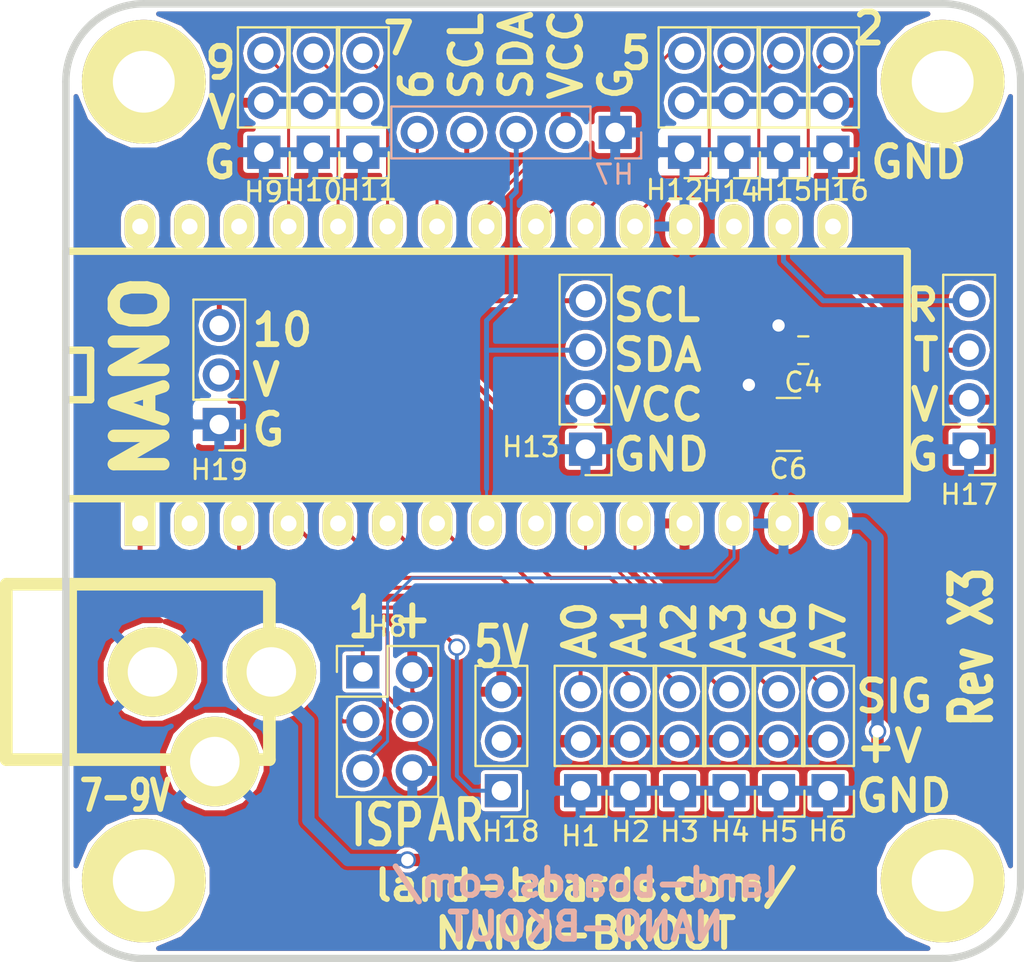
<source format=kicad_pcb>
(kicad_pcb (version 20171130) (host pcbnew "(5.0.2)-1")
  (title_block (date "28 mar 2015") (rev X1))
  (layers (0 Front signal) (31 Back signal) (36 B.SilkS user) (37 F.SilkS user) (38 B.Mask user) (39 F.Mask user) (44 Edge.Cuts user))
  (net 0 "")
  (net 1 GND)
  (net 2 +5V)
  (net 3 +9V)
  (net 4 /A0)
  (net 5 /A1)
  (net 6 /A2)
  (net 7 /A3)
  (net 8 /SDA)
  (net 9 /SCL)
  (net 10 /A6)
  (net 11 /A7)
  (net 12 /D7)
  (net 13 /D6)
  (net 14 /D5)
  (net 15 /D4)
  (net 16 /D3)
  (net 17 /D2)
  (net 18 /D12)
  (net 19 /D13)
  (net 20 /D11)
  (net 21 /~RST)
  (net 22 /D9)
  (net 23 /D8)
  (net 24 /D0)
  (net 25 /D1)
  (net 26 /D10)
  (net 27 "Net-(H1-Pad2)")
  (net 28 /AREF)
  (net 29 "Net-(U5-Pad2)")
  (net 30 "Net-(U5-Pad18)")
  (net 31 "Net-(MTG1-Pad1)")
  (net 32 "Net-(MTG2-Pad1)")
  (net 33 "Net-(MTG3-Pad1)")
  (net 34 "Net-(MTG4-Pad1)")
  (module arduino:arduino_mini (layer Front) (at 22.86 19.05)
    (fp_text reference U5 hide)
    (fp_text value arduino_nano hide)
    (fp_line (start -22.86 -6.35) (end 20.32 -6.35) (layer F.SilkS) (width 0.381))
    (fp_line (start 20.32 -6.35) (end 20.32 6.35) (layer F.SilkS) (width 0.381))
    (fp_line (start 20.32 6.35) (end -22.86 6.35) (layer F.SilkS) (width 0.381))
    (fp_line (start -22.86 6.35) (end -22.86 -6.35) (layer F.SilkS) (width 0.381))
    (fp_line (start -22.86 1.27) (end -21.59 1.27) (layer F.SilkS) (width 0.381))
    (fp_line (start -21.59 1.27) (end -21.59 -1.27) (layer F.SilkS) (width 0.381))
    (fp_line (start -21.59 -1.27) (end -22.86 -1.27) (layer F.SilkS) (width 0.381))
    (pad 1 thru_hole rect (at -19.05 7.62) (size 1.5748 2.286) (drill 0.8128) (layers *.Cu *.Mask F.SilkS) (net 19 /D13))
    (pad 2 thru_hole oval (at -16.51 7.62) (size 1.5748 2.286) (drill 0.8128) (layers *.Cu *.Mask F.SilkS) (net 29 "Net-(U5-Pad2)"))
    (pad 3 thru_hole oval (at -13.97 7.62) (size 1.5748 2.286) (drill 0.8128) (layers *.Cu *.Mask F.SilkS) (net 28 /AREF))
    (pad 4 thru_hole oval (at -11.43 7.62) (size 1.5748 2.286) (drill 0.8128) (layers *.Cu *.Mask F.SilkS) (net 4 /A0))
    (pad 5 thru_hole oval (at -8.89 7.62) (size 1.5748 2.286) (drill 0.8128) (layers *.Cu *.Mask F.SilkS) (net 5 /A1))
    (pad 6 thru_hole oval (at -6.35 7.62) (size 1.5748 2.286) (drill 0.8128) (layers *.Cu *.Mask F.SilkS) (net 6 /A2))
    (pad 7 thru_hole oval (at -3.81 7.62) (size 1.5748 2.286) (drill 0.8128) (layers *.Cu *.Mask F.SilkS) (net 7 /A3))
    (pad 8 thru_hole oval (at -1.27 7.62) (size 1.5748 2.286) (drill 0.8128) (layers *.Cu *.Mask F.SilkS) (net 8 /SDA))
    (pad 9 thru_hole oval (at 1.27 7.62) (size 1.5748 2.286) (drill 0.8128) (layers *.Cu *.Mask F.SilkS) (net 9 /SCL))
    (pad 10 thru_hole oval (at 3.81 7.62) (size 1.5748 2.286) (drill 0.8128) (layers *.Cu *.Mask F.SilkS) (net 10 /A6))
    (pad 11 thru_hole oval (at 6.35 7.62) (size 1.5748 2.286) (drill 0.8128) (layers *.Cu *.Mask F.SilkS) (net 11 /A7))
    (pad 12 thru_hole oval (at 8.89 7.62) (size 1.5748 2.286) (drill 0.8128) (layers *.Cu *.Mask F.SilkS) (net 2 +5V))
    (pad 13 thru_hole oval (at 11.43 7.62) (size 1.5748 2.286) (drill 0.8128) (layers *.Cu *.Mask F.SilkS) (net 21 /~RST))
    (pad 14 thru_hole oval (at 13.97 7.62) (size 1.5748 2.286) (drill 0.8128) (layers *.Cu *.Mask F.SilkS) (net 1 GND))
    (pad 15 thru_hole oval (at 16.51 7.62) (size 1.5748 2.286) (drill 0.8128) (layers *.Cu *.Mask F.SilkS) (net 3 +9V))
    (pad 16 thru_hole oval (at 16.51 -7.62) (size 1.5748 2.286) (drill 0.8128) (layers *.Cu *.Mask F.SilkS) (net 24 /D0))
    (pad 17 thru_hole oval (at 13.97 -7.62) (size 1.5748 2.286) (drill 0.8128) (layers *.Cu *.Mask F.SilkS) (net 25 /D1))
    (pad 18 thru_hole oval (at 11.43 -7.62) (size 1.5748 2.286) (drill 0.8128) (layers *.Cu *.Mask F.SilkS) (net 30 "Net-(U5-Pad18)"))
    (pad 19 thru_hole oval (at 8.89 -7.62) (size 1.5748 2.286) (drill 0.8128) (layers *.Cu *.Mask F.SilkS) (net 1 GND))
    (pad 20 thru_hole oval (at 6.35 -7.62) (size 1.5748 2.286) (drill 0.8128) (layers *.Cu *.Mask F.SilkS) (net 17 /D2))
    (pad 21 thru_hole oval (at 3.81 -7.62) (size 1.5748 2.286) (drill 0.8128) (layers *.Cu *.Mask F.SilkS) (net 16 /D3))
    (pad 22 thru_hole oval (at 1.27 -7.62) (size 1.5748 2.286) (drill 0.8128) (layers *.Cu *.Mask F.SilkS) (net 15 /D4))
    (pad 23 thru_hole oval (at -1.27 -7.62) (size 1.5748 2.286) (drill 0.8128) (layers *.Cu *.Mask F.SilkS) (net 14 /D5))
    (pad 24 thru_hole oval (at -3.81 -7.62) (size 1.5748 2.286) (drill 0.8128) (layers *.Cu *.Mask F.SilkS) (net 13 /D6))
    (pad 25 thru_hole oval (at -6.35 -7.62) (size 1.5748 2.286) (drill 0.8128) (layers *.Cu *.Mask F.SilkS) (net 12 /D7))
    (pad 26 thru_hole oval (at -8.89 -7.62) (size 1.5748 2.286) (drill 0.8128) (layers *.Cu *.Mask F.SilkS) (net 23 /D8))
    (pad 27 thru_hole oval (at -11.43 -7.62) (size 1.5748 2.286) (drill 0.8128) (layers *.Cu *.Mask F.SilkS) (net 22 /D9))
    (pad 28 thru_hole oval (at -13.97 -7.62) (size 1.5748 2.286) (drill 0.8128) (layers *.Cu *.Mask F.SilkS) (net 26 /D10))
    (pad 29 thru_hole oval (at -16.51 -7.62) (size 1.5748 2.286) (drill 0.8128) (layers *.Cu *.Mask F.SilkS) (net 20 /D11))
    (pad 30 thru_hole oval (at -19.05 -7.62) (size 1.5748 2.286) (drill 0.8128) (layers *.Cu *.Mask F.SilkS) (net 18 /D12))
  )
  (module Resistor_SMD:R_0805_2012Metric_Pad1.15x1.40mm_HandSolder (layer Front) (at 37.846 17.78 180)
    (fp_text reference C4 (at 0 -1.65 180) (layer F.SilkS))
    (fp_text value 0.1uF)
    (fp_line (start -0.261252 -0.71) (end 0.261252 -0.71) (layer F.SilkS) (width 0.12))
    (fp_line (start -0.261252 0.71) (end 0.261252 0.71) (layer F.SilkS) (width 0.12))
    (pad 1 smd roundrect (at -1.025 0 180) (size 1.15 1.4) (layers Front F.Paste F.Mask) (roundrect_rratio 0.217391) (net 3 +9V))
    (pad 2 smd roundrect (at 1.025 0 180) (size 1.15 1.4) (layers Front F.Paste F.Mask) (roundrect_rratio 0.217391) (net 1 GND))
  )
  (module Resistor_SMD:R_1210_3225Metric_Pad1.42x2.65mm_HandSolder (layer Front) (at 37.084 21.59 180)
    (fp_text reference C6 (at 0 -2.28 180) (layer F.SilkS))
    (fp_text value 22uF)
    (fp_line (start -0.602064 -1.36) (end 0.602064 -1.36) (layer F.SilkS) (width 0.12))
    (fp_line (start -0.602064 1.36) (end 0.602064 1.36) (layer F.SilkS) (width 0.12))
    (pad 1 smd roundrect (at -1.4875 0 180) (size 1.425 2.65) (layers Front F.Paste F.Mask) (roundrect_rratio 0.175439) (net 3 +9V))
    (pad 2 smd roundrect (at 1.4875 0 180) (size 1.425 2.65) (layers Front F.Paste F.Mask) (roundrect_rratio 0.175439) (net 1 GND))
  )
  (module Connector_PinHeader_2.54mm:PinHeader_1x03_P2.54mm_Vertical (layer Front) (at 26.416 40.386 180)
    (fp_text reference H1 (at 0 -2.33 180) (layer F.SilkS))
    (fp_text value CONN_01X03)
    (fp_line (start -1.33 6.41) (end 1.33 6.41) (layer F.SilkS) (width 0.12))
    (fp_line (start -1.33 1.27) (end -1.33 6.41) (layer F.SilkS) (width 0.12))
    (fp_line (start 1.33 1.27) (end 1.33 6.41) (layer F.SilkS) (width 0.12))
    (fp_line (start -1.33 1.27) (end 1.33 1.27) (layer F.SilkS) (width 0.12))
    (fp_line (start -1.33 0) (end -1.33 -1.33) (layer F.SilkS) (width 0.12))
    (fp_line (start -1.33 -1.33) (end 0 -1.33) (layer F.SilkS) (width 0.12))
    (pad 1 thru_hole rect (at 0 0 180) (size 1.7 1.7) (drill 1) (layers *.Cu *.Mask) (net 1 GND))
    (pad 2 thru_hole oval (at 0 2.54 180) (size 1.7 1.7) (drill 1) (layers *.Cu *.Mask) (net 27 "Net-(H1-Pad2)"))
    (pad 3 thru_hole oval (at 0 5.08 180) (size 1.7 1.7) (drill 1) (layers *.Cu *.Mask) (net 4 /A0))
  )
  (module Connector_PinHeader_2.54mm:PinHeader_1x03_P2.54mm_Vertical (layer Front) (at 28.956 40.386 180)
    (fp_text reference H2 (at -0.0254 -2.1082 180) (layer F.SilkS))
    (fp_text value CONN_01X03)
    (fp_line (start -1.33 -1.33) (end 0 -1.33) (layer F.SilkS) (width 0.12))
    (fp_line (start -1.33 0) (end -1.33 -1.33) (layer F.SilkS) (width 0.12))
    (fp_line (start -1.33 1.27) (end 1.33 1.27) (layer F.SilkS) (width 0.12))
    (fp_line (start 1.33 1.27) (end 1.33 6.41) (layer F.SilkS) (width 0.12))
    (fp_line (start -1.33 1.27) (end -1.33 6.41) (layer F.SilkS) (width 0.12))
    (fp_line (start -1.33 6.41) (end 1.33 6.41) (layer F.SilkS) (width 0.12))
    (pad 3 thru_hole oval (at 0 5.08 180) (size 1.7 1.7) (drill 1) (layers *.Cu *.Mask) (net 5 /A1))
    (pad 2 thru_hole oval (at 0 2.54 180) (size 1.7 1.7) (drill 1) (layers *.Cu *.Mask) (net 27 "Net-(H1-Pad2)"))
    (pad 1 thru_hole rect (at 0 0 180) (size 1.7 1.7) (drill 1) (layers *.Cu *.Mask) (net 1 GND))
  )
  (module Connector_PinHeader_2.54mm:PinHeader_1x03_P2.54mm_Vertical (layer Front) (at 31.496 40.386 180)
    (fp_text reference H3 (at 0 -2.1082 180) (layer F.SilkS))
    (fp_text value CONN_01X03)
    (fp_line (start -1.33 6.41) (end 1.33 6.41) (layer F.SilkS) (width 0.12))
    (fp_line (start -1.33 1.27) (end -1.33 6.41) (layer F.SilkS) (width 0.12))
    (fp_line (start 1.33 1.27) (end 1.33 6.41) (layer F.SilkS) (width 0.12))
    (fp_line (start -1.33 1.27) (end 1.33 1.27) (layer F.SilkS) (width 0.12))
    (fp_line (start -1.33 0) (end -1.33 -1.33) (layer F.SilkS) (width 0.12))
    (fp_line (start -1.33 -1.33) (end 0 -1.33) (layer F.SilkS) (width 0.12))
    (pad 1 thru_hole rect (at 0 0 180) (size 1.7 1.7) (drill 1) (layers *.Cu *.Mask) (net 1 GND))
    (pad 2 thru_hole oval (at 0 2.54 180) (size 1.7 1.7) (drill 1) (layers *.Cu *.Mask) (net 27 "Net-(H1-Pad2)"))
    (pad 3 thru_hole oval (at 0 5.08 180) (size 1.7 1.7) (drill 1) (layers *.Cu *.Mask) (net 6 /A2))
  )
  (module Connector_PinHeader_2.54mm:PinHeader_1x03_P2.54mm_Vertical (layer Front) (at 34.036 40.386 180)
    (fp_text reference H4 (at -0.0508 -2.1082 180) (layer F.SilkS))
    (fp_text value CONN_01X03)
    (fp_line (start -1.33 -1.33) (end 0 -1.33) (layer F.SilkS) (width 0.12))
    (fp_line (start -1.33 0) (end -1.33 -1.33) (layer F.SilkS) (width 0.12))
    (fp_line (start -1.33 1.27) (end 1.33 1.27) (layer F.SilkS) (width 0.12))
    (fp_line (start 1.33 1.27) (end 1.33 6.41) (layer F.SilkS) (width 0.12))
    (fp_line (start -1.33 1.27) (end -1.33 6.41) (layer F.SilkS) (width 0.12))
    (fp_line (start -1.33 6.41) (end 1.33 6.41) (layer F.SilkS) (width 0.12))
    (pad 3 thru_hole oval (at 0 5.08 180) (size 1.7 1.7) (drill 1) (layers *.Cu *.Mask) (net 7 /A3))
    (pad 2 thru_hole oval (at 0 2.54 180) (size 1.7 1.7) (drill 1) (layers *.Cu *.Mask) (net 27 "Net-(H1-Pad2)"))
    (pad 1 thru_hole rect (at 0 0 180) (size 1.7 1.7) (drill 1) (layers *.Cu *.Mask) (net 1 GND))
  )
  (module Connector_PinHeader_2.54mm:PinHeader_1x03_P2.54mm_Vertical (layer Front) (at 36.576 40.386 180)
    (fp_text reference H5 (at -0.0254 -2.1082 180) (layer F.SilkS))
    (fp_text value CONN_01X03)
    (fp_line (start -1.33 6.41) (end 1.33 6.41) (layer F.SilkS) (width 0.12))
    (fp_line (start -1.33 1.27) (end -1.33 6.41) (layer F.SilkS) (width 0.12))
    (fp_line (start 1.33 1.27) (end 1.33 6.41) (layer F.SilkS) (width 0.12))
    (fp_line (start -1.33 1.27) (end 1.33 1.27) (layer F.SilkS) (width 0.12))
    (fp_line (start -1.33 0) (end -1.33 -1.33) (layer F.SilkS) (width 0.12))
    (fp_line (start -1.33 -1.33) (end 0 -1.33) (layer F.SilkS) (width 0.12))
    (pad 1 thru_hole rect (at 0 0 180) (size 1.7 1.7) (drill 1) (layers *.Cu *.Mask) (net 1 GND))
    (pad 2 thru_hole oval (at 0 2.54 180) (size 1.7 1.7) (drill 1) (layers *.Cu *.Mask) (net 27 "Net-(H1-Pad2)"))
    (pad 3 thru_hole oval (at 0 5.08 180) (size 1.7 1.7) (drill 1) (layers *.Cu *.Mask) (net 10 /A6))
  )
  (module Connector_PinHeader_2.54mm:PinHeader_1x03_P2.54mm_Vertical (layer Front) (at 39.116 40.386 180)
    (fp_text reference H6 (at 0.0127 -2.0828 180) (layer F.SilkS))
    (fp_text value CONN_01X03)
    (fp_line (start -1.33 -1.33) (end 0 -1.33) (layer F.SilkS) (width 0.12))
    (fp_line (start -1.33 0) (end -1.33 -1.33) (layer F.SilkS) (width 0.12))
    (fp_line (start -1.33 1.27) (end 1.33 1.27) (layer F.SilkS) (width 0.12))
    (fp_line (start 1.33 1.27) (end 1.33 6.41) (layer F.SilkS) (width 0.12))
    (fp_line (start -1.33 1.27) (end -1.33 6.41) (layer F.SilkS) (width 0.12))
    (fp_line (start -1.33 6.41) (end 1.33 6.41) (layer F.SilkS) (width 0.12))
    (pad 3 thru_hole oval (at 0 5.08 180) (size 1.7 1.7) (drill 1) (layers *.Cu *.Mask) (net 11 /A7))
    (pad 2 thru_hole oval (at 0 2.54 180) (size 1.7 1.7) (drill 1) (layers *.Cu *.Mask) (net 27 "Net-(H1-Pad2)"))
    (pad 1 thru_hole rect (at 0 0 180) (size 1.7 1.7) (drill 1) (layers *.Cu *.Mask) (net 1 GND))
  )
  (module Connector_PinHeader_2.54mm:PinHeader_1x05_P2.54mm_Vertical (layer Back) (at 28.194 6.604 90)
    (fp_text reference H7 (at -2.159 -0.0508 180) (layer B.SilkS) (effects (justify mirror)))
    (fp_text value CONN_01X05)
    (fp_line (start -1.33 -11.49) (end 1.33 -11.49) (layer B.SilkS) (width 0.12))
    (fp_line (start -1.33 -1.27) (end -1.33 -11.49) (layer B.SilkS) (width 0.12))
    (fp_line (start 1.33 -1.27) (end 1.33 -11.49) (layer B.SilkS) (width 0.12))
    (fp_line (start -1.33 -1.27) (end 1.33 -1.27) (layer B.SilkS) (width 0.12))
    (fp_line (start -1.33 0) (end -1.33 1.33) (layer B.SilkS) (width 0.12))
    (fp_line (start -1.33 1.33) (end 0 1.33) (layer B.SilkS) (width 0.12))
    (pad 1 thru_hole rect (at 0 0 90) (size 1.7 1.7) (drill 1) (layers *.Cu *.Mask) (net 1 GND))
    (pad 2 thru_hole oval (at 0 -2.54 90) (size 1.7 1.7) (drill 1) (layers *.Cu *.Mask) (net 2 +5V))
    (pad 3 thru_hole oval (at 0 -5.08 90) (size 1.7 1.7) (drill 1) (layers *.Cu *.Mask) (net 8 /SDA))
    (pad 4 thru_hole oval (at 0 -7.62 90) (size 1.7 1.7) (drill 1) (layers *.Cu *.Mask) (net 9 /SCL))
    (pad 5 thru_hole oval (at 0 -10.16 90) (size 1.7 1.7) (drill 1) (layers *.Cu *.Mask) (net 13 /D6))
  )
  (module Connector_PinHeader_2.54mm:PinHeader_2x03_P2.54mm_Vertical (layer Front) (at 15.24 34.29)
    (fp_text reference H8 (at 1.27 -2.33) (layer F.SilkS))
    (fp_text value CONN_02X03)
    (fp_line (start -1.33 6.41) (end 3.87 6.41) (layer F.SilkS) (width 0.12))
    (fp_line (start -1.33 1.27) (end -1.33 6.41) (layer F.SilkS) (width 0.12))
    (fp_line (start 3.87 -1.33) (end 3.87 6.41) (layer F.SilkS) (width 0.12))
    (fp_line (start -1.33 1.27) (end 1.27 1.27) (layer F.SilkS) (width 0.12))
    (fp_line (start 1.27 1.27) (end 1.27 -1.33) (layer F.SilkS) (width 0.12))
    (fp_line (start 1.27 -1.33) (end 3.87 -1.33) (layer F.SilkS) (width 0.12))
    (fp_line (start -1.33 0) (end -1.33 -1.33) (layer F.SilkS) (width 0.12))
    (fp_line (start -1.33 -1.33) (end 0 -1.33) (layer F.SilkS) (width 0.12))
    (pad 1 thru_hole rect (at 0 0) (size 1.7 1.7) (drill 1) (layers *.Cu *.Mask) (net 18 /D12))
    (pad 2 thru_hole oval (at 2.54 0) (size 1.7 1.7) (drill 1) (layers *.Cu *.Mask) (net 2 +5V))
    (pad 3 thru_hole oval (at 0 2.54) (size 1.7 1.7) (drill 1) (layers *.Cu *.Mask) (net 19 /D13))
    (pad 4 thru_hole oval (at 2.54 2.54) (size 1.7 1.7) (drill 1) (layers *.Cu *.Mask) (net 20 /D11))
    (pad 5 thru_hole oval (at 0 5.08) (size 1.7 1.7) (drill 1) (layers *.Cu *.Mask) (net 21 /~RST))
    (pad 6 thru_hole oval (at 2.54 5.08) (size 1.7 1.7) (drill 1) (layers *.Cu *.Mask) (net 1 GND))
  )
  (module Connector_PinHeader_2.54mm:PinHeader_1x03_P2.54mm_Vertical (layer Front) (at 10.16 7.62 180)
    (fp_text reference H9 (at 0.0127 -2.0447 180) (layer F.SilkS))
    (fp_text value CONN_01X03)
    (fp_line (start -1.33 6.41) (end 1.33 6.41) (layer F.SilkS) (width 0.12))
    (fp_line (start -1.33 1.27) (end -1.33 6.41) (layer F.SilkS) (width 0.12))
    (fp_line (start 1.33 1.27) (end 1.33 6.41) (layer F.SilkS) (width 0.12))
    (fp_line (start -1.33 1.27) (end 1.33 1.27) (layer F.SilkS) (width 0.12))
    (fp_line (start -1.33 0) (end -1.33 -1.33) (layer F.SilkS) (width 0.12))
    (fp_line (start -1.33 -1.33) (end 0 -1.33) (layer F.SilkS) (width 0.12))
    (pad 1 thru_hole rect (at 0 0 180) (size 1.7 1.7) (drill 1) (layers *.Cu *.Mask) (net 1 GND))
    (pad 2 thru_hole oval (at 0 2.54 180) (size 1.7 1.7) (drill 1) (layers *.Cu *.Mask) (net 2 +5V))
    (pad 3 thru_hole oval (at 0 5.08 180) (size 1.7 1.7) (drill 1) (layers *.Cu *.Mask) (net 22 /D9))
  )
  (module Connector_PinHeader_2.54mm:PinHeader_1x03_P2.54mm_Vertical (layer Front) (at 12.7 7.62 180)
    (fp_text reference H10 (at 0 -1.9939 180) (layer F.SilkS))
    (fp_text value CONN_01X03)
    (fp_line (start -1.33 -1.33) (end 0 -1.33) (layer F.SilkS) (width 0.12))
    (fp_line (start -1.33 0) (end -1.33 -1.33) (layer F.SilkS) (width 0.12))
    (fp_line (start -1.33 1.27) (end 1.33 1.27) (layer F.SilkS) (width 0.12))
    (fp_line (start 1.33 1.27) (end 1.33 6.41) (layer F.SilkS) (width 0.12))
    (fp_line (start -1.33 1.27) (end -1.33 6.41) (layer F.SilkS) (width 0.12))
    (fp_line (start -1.33 6.41) (end 1.33 6.41) (layer F.SilkS) (width 0.12))
    (pad 3 thru_hole oval (at 0 5.08 180) (size 1.7 1.7) (drill 1) (layers *.Cu *.Mask) (net 23 /D8))
    (pad 2 thru_hole oval (at 0 2.54 180) (size 1.7 1.7) (drill 1) (layers *.Cu *.Mask) (net 2 +5V))
    (pad 1 thru_hole rect (at 0 0 180) (size 1.7 1.7) (drill 1) (layers *.Cu *.Mask) (net 1 GND))
  )
  (module Connector_PinHeader_2.54mm:PinHeader_1x03_P2.54mm_Vertical (layer Front) (at 15.24 7.62 180)
    (fp_text reference H11 (at -0.2921 -1.9558 180) (layer F.SilkS))
    (fp_text value CONN_01X03)
    (fp_line (start -1.33 6.41) (end 1.33 6.41) (layer F.SilkS) (width 0.12))
    (fp_line (start -1.33 1.27) (end -1.33 6.41) (layer F.SilkS) (width 0.12))
    (fp_line (start 1.33 1.27) (end 1.33 6.41) (layer F.SilkS) (width 0.12))
    (fp_line (start -1.33 1.27) (end 1.33 1.27) (layer F.SilkS) (width 0.12))
    (fp_line (start -1.33 0) (end -1.33 -1.33) (layer F.SilkS) (width 0.12))
    (fp_line (start -1.33 -1.33) (end 0 -1.33) (layer F.SilkS) (width 0.12))
    (pad 1 thru_hole rect (at 0 0 180) (size 1.7 1.7) (drill 1) (layers *.Cu *.Mask) (net 1 GND))
    (pad 2 thru_hole oval (at 0 2.54 180) (size 1.7 1.7) (drill 1) (layers *.Cu *.Mask) (net 2 +5V))
    (pad 3 thru_hole oval (at 0 5.08 180) (size 1.7 1.7) (drill 1) (layers *.Cu *.Mask) (net 12 /D7))
  )
  (module Connector_PinHeader_2.54mm:PinHeader_1x03_P2.54mm_Vertical (layer Front) (at 31.75 7.62 180)
    (fp_text reference H12 (at 0.508 -1.9304 180) (layer F.SilkS))
    (fp_text value CONN_01X03)
    (fp_line (start -1.33 6.41) (end 1.33 6.41) (layer F.SilkS) (width 0.12))
    (fp_line (start -1.33 1.27) (end -1.33 6.41) (layer F.SilkS) (width 0.12))
    (fp_line (start 1.33 1.27) (end 1.33 6.41) (layer F.SilkS) (width 0.12))
    (fp_line (start -1.33 1.27) (end 1.33 1.27) (layer F.SilkS) (width 0.12))
    (fp_line (start -1.33 0) (end -1.33 -1.33) (layer F.SilkS) (width 0.12))
    (fp_line (start -1.33 -1.33) (end 0 -1.33) (layer F.SilkS) (width 0.12))
    (pad 1 thru_hole rect (at 0 0 180) (size 1.7 1.7) (drill 1) (layers *.Cu *.Mask) (net 1 GND))
    (pad 2 thru_hole oval (at 0 2.54 180) (size 1.7 1.7) (drill 1) (layers *.Cu *.Mask) (net 2 +5V))
    (pad 3 thru_hole oval (at 0 5.08 180) (size 1.7 1.7) (drill 1) (layers *.Cu *.Mask) (net 14 /D5))
  )
  (module Connector_PinHeader_2.54mm:PinHeader_1x04_P2.54mm_Vertical (layer Front) (at 26.67 22.86 180)
    (fp_text reference H13 (at 2.8067 0.1143 180) (layer F.SilkS))
    (fp_text value CONN_01X04)
    (fp_line (start -1.33 8.95) (end 1.33 8.95) (layer F.SilkS) (width 0.12))
    (fp_line (start -1.33 1.27) (end -1.33 8.95) (layer F.SilkS) (width 0.12))
    (fp_line (start 1.33 1.27) (end 1.33 8.95) (layer F.SilkS) (width 0.12))
    (fp_line (start -1.33 1.27) (end 1.33 1.27) (layer F.SilkS) (width 0.12))
    (fp_line (start -1.33 0) (end -1.33 -1.33) (layer F.SilkS) (width 0.12))
    (fp_line (start -1.33 -1.33) (end 0 -1.33) (layer F.SilkS) (width 0.12))
    (pad 1 thru_hole rect (at 0 0 180) (size 1.7 1.7) (drill 1) (layers *.Cu *.Mask) (net 1 GND))
    (pad 2 thru_hole oval (at 0 2.54 180) (size 1.7 1.7) (drill 1) (layers *.Cu *.Mask) (net 2 +5V))
    (pad 3 thru_hole oval (at 0 5.08 180) (size 1.7 1.7) (drill 1) (layers *.Cu *.Mask) (net 8 /SDA))
    (pad 4 thru_hole oval (at 0 7.62 180) (size 1.7 1.7) (drill 1) (layers *.Cu *.Mask) (net 9 /SCL))
  )
  (module Connector_PinHeader_2.54mm:PinHeader_1x03_P2.54mm_Vertical (layer Front) (at 34.29 7.62 180)
    (fp_text reference H14 (at 0.1778 -2.0193 180) (layer F.SilkS))
    (fp_text value CONN_01X03)
    (fp_line (start -1.33 6.41) (end 1.33 6.41) (layer F.SilkS) (width 0.12))
    (fp_line (start -1.33 1.27) (end -1.33 6.41) (layer F.SilkS) (width 0.12))
    (fp_line (start 1.33 1.27) (end 1.33 6.41) (layer F.SilkS) (width 0.12))
    (fp_line (start -1.33 1.27) (end 1.33 1.27) (layer F.SilkS) (width 0.12))
    (fp_line (start -1.33 0) (end -1.33 -1.33) (layer F.SilkS) (width 0.12))
    (fp_line (start -1.33 -1.33) (end 0 -1.33) (layer F.SilkS) (width 0.12))
    (pad 1 thru_hole rect (at 0 0 180) (size 1.7 1.7) (drill 1) (layers *.Cu *.Mask) (net 1 GND))
    (pad 2 thru_hole oval (at 0 2.54 180) (size 1.7 1.7) (drill 1) (layers *.Cu *.Mask) (net 2 +5V))
    (pad 3 thru_hole oval (at 0 5.08 180) (size 1.7 1.7) (drill 1) (layers *.Cu *.Mask) (net 15 /D4))
  )
  (module Connector_PinHeader_2.54mm:PinHeader_1x03_P2.54mm_Vertical (layer Front) (at 36.83 7.62 180)
    (fp_text reference H15 (at 0 -1.9685 180) (layer F.SilkS))
    (fp_text value CONN_01X03)
    (fp_line (start -1.33 -1.33) (end 0 -1.33) (layer F.SilkS) (width 0.12))
    (fp_line (start -1.33 0) (end -1.33 -1.33) (layer F.SilkS) (width 0.12))
    (fp_line (start -1.33 1.27) (end 1.33 1.27) (layer F.SilkS) (width 0.12))
    (fp_line (start 1.33 1.27) (end 1.33 6.41) (layer F.SilkS) (width 0.12))
    (fp_line (start -1.33 1.27) (end -1.33 6.41) (layer F.SilkS) (width 0.12))
    (fp_line (start -1.33 6.41) (end 1.33 6.41) (layer F.SilkS) (width 0.12))
    (pad 3 thru_hole oval (at 0 5.08 180) (size 1.7 1.7) (drill 1) (layers *.Cu *.Mask) (net 16 /D3))
    (pad 2 thru_hole oval (at 0 2.54 180) (size 1.7 1.7) (drill 1) (layers *.Cu *.Mask) (net 2 +5V))
    (pad 1 thru_hole rect (at 0 0 180) (size 1.7 1.7) (drill 1) (layers *.Cu *.Mask) (net 1 GND))
  )
  (module Connector_PinHeader_2.54mm:PinHeader_1x03_P2.54mm_Vertical (layer Front) (at 39.37 7.62 180)
    (fp_text reference H16 (at -0.3683 -1.9685 180) (layer F.SilkS))
    (fp_text value CONN_01X03)
    (fp_line (start -1.33 6.41) (end 1.33 6.41) (layer F.SilkS) (width 0.12))
    (fp_line (start -1.33 1.27) (end -1.33 6.41) (layer F.SilkS) (width 0.12))
    (fp_line (start 1.33 1.27) (end 1.33 6.41) (layer F.SilkS) (width 0.12))
    (fp_line (start -1.33 1.27) (end 1.33 1.27) (layer F.SilkS) (width 0.12))
    (fp_line (start -1.33 0) (end -1.33 -1.33) (layer F.SilkS) (width 0.12))
    (fp_line (start -1.33 -1.33) (end 0 -1.33) (layer F.SilkS) (width 0.12))
    (pad 1 thru_hole rect (at 0 0 180) (size 1.7 1.7) (drill 1) (layers *.Cu *.Mask) (net 1 GND))
    (pad 2 thru_hole oval (at 0 2.54 180) (size 1.7 1.7) (drill 1) (layers *.Cu *.Mask) (net 2 +5V))
    (pad 3 thru_hole oval (at 0 5.08 180) (size 1.7 1.7) (drill 1) (layers *.Cu *.Mask) (net 17 /D2))
  )
  (module Connector_PinHeader_2.54mm:PinHeader_1x04_P2.54mm_Vertical (layer Front) (at 46.355 22.86 180)
    (fp_text reference H17 (at 0 -2.33 180) (layer F.SilkS))
    (fp_text value CONN_01X04)
    (fp_line (start -1.33 -1.33) (end 0 -1.33) (layer F.SilkS) (width 0.12))
    (fp_line (start -1.33 0) (end -1.33 -1.33) (layer F.SilkS) (width 0.12))
    (fp_line (start -1.33 1.27) (end 1.33 1.27) (layer F.SilkS) (width 0.12))
    (fp_line (start 1.33 1.27) (end 1.33 8.95) (layer F.SilkS) (width 0.12))
    (fp_line (start -1.33 1.27) (end -1.33 8.95) (layer F.SilkS) (width 0.12))
    (fp_line (start -1.33 8.95) (end 1.33 8.95) (layer F.SilkS) (width 0.12))
    (pad 4 thru_hole oval (at 0 7.62 180) (size 1.7 1.7) (drill 1) (layers *.Cu *.Mask) (net 25 /D1))
    (pad 3 thru_hole oval (at 0 5.08 180) (size 1.7 1.7) (drill 1) (layers *.Cu *.Mask) (net 24 /D0))
    (pad 2 thru_hole oval (at 0 2.54 180) (size 1.7 1.7) (drill 1) (layers *.Cu *.Mask) (net 2 +5V))
    (pad 1 thru_hole rect (at 0 0 180) (size 1.7 1.7) (drill 1) (layers *.Cu *.Mask) (net 1 GND))
  )
  (module Connector_PinHeader_2.54mm:PinHeader_1x03_P2.54mm_Vertical (layer Front) (at 22.352 40.386 180)
    (fp_text reference H18 (at -0.4826 -2.0955 180) (layer F.SilkS))
    (fp_text value CONN_01X03)
    (fp_line (start -1.33 -1.33) (end 0 -1.33) (layer F.SilkS) (width 0.12))
    (fp_line (start -1.33 0) (end -1.33 -1.33) (layer F.SilkS) (width 0.12))
    (fp_line (start -1.33 1.27) (end 1.33 1.27) (layer F.SilkS) (width 0.12))
    (fp_line (start 1.33 1.27) (end 1.33 6.41) (layer F.SilkS) (width 0.12))
    (fp_line (start -1.33 1.27) (end -1.33 6.41) (layer F.SilkS) (width 0.12))
    (fp_line (start -1.33 6.41) (end 1.33 6.41) (layer F.SilkS) (width 0.12))
    (pad 3 thru_hole oval (at 0 5.08 180) (size 1.7 1.7) (drill 1) (layers *.Cu *.Mask) (net 2 +5V))
    (pad 2 thru_hole oval (at 0 2.54 180) (size 1.7 1.7) (drill 1) (layers *.Cu *.Mask) (net 27 "Net-(H1-Pad2)"))
    (pad 1 thru_hole rect (at 0 0 180) (size 1.7 1.7) (drill 1) (layers *.Cu *.Mask) (net 28 /AREF))
  )
  (module Connector_PinHeader_2.54mm:PinHeader_1x03_P2.54mm_Vertical (layer Front) (at 7.874 21.59 180)
    (fp_text reference H19 (at 0 -2.33 180) (layer F.SilkS))
    (fp_text value CONN_01X03)
    (fp_line (start -1.33 -1.33) (end 0 -1.33) (layer F.SilkS) (width 0.12))
    (fp_line (start -1.33 0) (end -1.33 -1.33) (layer F.SilkS) (width 0.12))
    (fp_line (start -1.33 1.27) (end 1.33 1.27) (layer F.SilkS) (width 0.12))
    (fp_line (start 1.33 1.27) (end 1.33 6.41) (layer F.SilkS) (width 0.12))
    (fp_line (start -1.33 1.27) (end -1.33 6.41) (layer F.SilkS) (width 0.12))
    (fp_line (start -1.33 6.41) (end 1.33 6.41) (layer F.SilkS) (width 0.12))
    (pad 3 thru_hole oval (at 0 5.08 180) (size 1.7 1.7) (drill 1) (layers *.Cu *.Mask) (net 26 /D10))
    (pad 2 thru_hole oval (at 0 2.54 180) (size 1.7 1.7) (drill 1) (layers *.Cu *.Mask) (net 2 +5V))
    (pad 1 thru_hole rect (at 0 0 180) (size 1.7 1.7) (drill 1) (layers *.Cu *.Mask) (net 1 GND))
  )
  (module LandBoards_Conns:DCJ-NEW (layer Front) (at 4.445 34.29)
    (fp_text reference J1 hide)
    (fp_text value DCJ0202 hide)
    (fp_line (start -4.2 4.5) (end -4.2 -4.5) (layer F.SilkS) (width 0.65))
    (fp_line (start -7.5 -4.5) (end -7.5 4.5) (layer F.SilkS) (width 0.65))
    (fp_line (start -7.5 -4.5) (end 6 -4.5) (layer F.SilkS) (width 0.65))
    (fp_line (start 6 -4.5) (end 6 4.5) (layer F.SilkS) (width 0.65))
    (fp_line (start -7.5 4.5) (end 6 4.5) (layer F.SilkS) (width 0.65))
    (pad 2 thru_hole circle (at 0 0) (size 4.6 4.6) (drill 2.54) (layers *.Cu *.Mask F.SilkS) (net 1 GND))
    (pad 1 thru_hole circle (at 6.1 0) (size 4.6 4.6) (drill 2.54) (layers *.Cu *.Mask F.SilkS) (net 3 +9V))
    (pad 3 thru_hole circle (at 3.2 4.6) (size 4.6 4.6) (drill 2.54) (layers *.Cu *.Mask F.SilkS) (net 1 GND))
  )
  (module LandBoards_MountHoles:MTG-4-40 (layer Front) (at 4 4)
    (fp_text reference MTG1 hide)
    (fp_text value CONN_1 hide)
    (pad 1 thru_hole circle (at 0 0) (size 6.35 6.35) (drill 3.175) (layers *.Cu *.Mask F.SilkS) (net 31 "Net-(MTG1-Pad1)"))
  )
  (module LandBoards_MountHoles:MTG-4-40 (layer Front) (at 45 4)
    (fp_text reference MTG2 hide)
    (fp_text value CONN_1 hide)
    (pad 1 thru_hole circle (at 0 0) (size 6.35 6.35) (drill 3.175) (layers *.Cu *.Mask F.SilkS) (net 32 "Net-(MTG2-Pad1)"))
  )
  (module LandBoards_MountHoles:MTG-4-40 (layer Front) (at 4 45)
    (fp_text reference MTG3 hide)
    (fp_text value CONN_1 hide)
    (pad 1 thru_hole circle (at 0 0) (size 6.35 6.35) (drill 3.175) (layers *.Cu *.Mask F.SilkS) (net 33 "Net-(MTG3-Pad1)"))
  )
  (module LandBoards_MountHoles:MTG-4-40 (layer Front) (at 45 45)
    (fp_text reference MTG4 hide)
    (fp_text value CONN_1 hide)
    (pad 1 thru_hole circle (at 0 0) (size 6.35 6.35) (drill 3.175) (layers *.Cu *.Mask F.SilkS) (net 34 "Net-(MTG4-Pad1)"))
  )
  (gr_text "6\nSCL\nSDA\nVCC\nG" (at 23.114 5.08 90) (layer F.SilkS) (effects (font (size 1.5875 1.5875) (thickness 0.3048)) (justify left)))
  (gr_text 5 (at 30.226 2.54) (layer F.SilkS) (effects (font (size 1.5875 1.5875) (thickness 0.3048)) (justify right)))
  (gr_text "10\nV\nG" (at 9.398 19.304) (layer F.SilkS) (effects (font (size 1.5875 1.5875) (thickness 0.3048)) (justify left)))
  (gr_text + (at 17.78 31.496) (layer F.SilkS) (effects (font (size 2.032 1.524) (thickness 0.3048))))
  (gr_text AR (at 20.0279 41.9227) (layer F.SilkS) (effects (font (size 2.032 1.524) (thickness 0.3048))))
  (gr_text 5V (at 22.352 33.02) (layer F.SilkS) (effects (font (size 2.032 1.524) (thickness 0.3048))))
  (gr_text "R\nT\nV\nG" (at 44.958 19.304) (layer F.SilkS) (effects (font (size 1.5875 1.5875) (thickness 0.3048)) (justify right)))
  (gr_text 7 (at 18.034 1.778) (layer F.SilkS) (effects (font (size 1.5875 1.5875) (thickness 0.3048)) (justify right)))
  (gr_text "A0\nA1\nA2\nA3\nA6\nA7" (at 32.766 33.782 90) (layer F.SilkS) (effects (font (size 1.5875 1.5875) (thickness 0.3048)) (justify left)))
  (gr_text "SCL\nSDA\nVCC\nGND" (at 27.94 19.304) (layer F.SilkS) (effects (font (size 1.5875 1.5875) (thickness 0.3048)) (justify left)))
  (gr_text GND (at 41.148 8.128) (layer F.SilkS) (effects (font (size 1.5875 1.5875) (thickness 0.3048)) (justify left)))
  (gr_text 2 (at 42.164 1.27) (layer F.SilkS) (effects (font (size 1.5875 1.5875) (thickness 0.3048)) (justify right)))
  (gr_text "9\nV\nG" (at 8.89 5.588) (layer F.SilkS) (effects (font (size 1.5875 1.5875) (thickness 0.3048)) (justify right)))
  (gr_text "SIG\n+V\nGND" (at 40.386 38.1) (layer F.SilkS) (effects (font (size 1.5875 1.5875) (thickness 0.3048)) (justify left)))
  (gr_text ISP (at 16.51 42.164) (layer F.SilkS) (effects (font (size 2.032 1.524) (thickness 0.3048))))
  (gr_text 1 (at 15.24 31.496) (layer F.SilkS) (effects (font (size 2.032 1.524) (thickness 0.3048))))
  (gr_text "land-boards.com/\nNANO-BKOUT" (at 26.67 46.228) (layer B.SilkS) (effects (font (size 1.397 1.397) (thickness 0.3048)) (justify mirror)))
  (gr_text NANO (at 3.8608 19.1516 90) (layer F.SilkS) (effects (font (size 2.54 2.54) (thickness 0.635))))
  (gr_text 7-9V (at 3.048 40.64) (layer F.SilkS) (effects (font (size 1.524 1.143) (thickness 0.28575))))
  (gr_text "Rev X3" (at 46.482 33.02 90) (layer F.SilkS) (effects (font (size 2.032 1.524) (thickness 0.381))))
  (gr_text "land-boards.com/\nNANO-BKOUT" (at 26.67 46.482) (layer F.SilkS) (effects (font (size 1.524 1.524) (thickness 0.3048))))
  (gr_line (start 0 45) (end 0 4) (angle 90) (layer Edge.Cuts) (width 0.381))
  (gr_line (start 45 49) (end 4 49) (angle 90) (layer Edge.Cuts) (width 0.381))
  (gr_line (start 49 4) (end 49 45) (angle 90) (layer Edge.Cuts) (width 0.381))
  (gr_line (start 4 0) (end 45 0) (angle 90) (layer Edge.Cuts) (width 0.381))
  (gr_arc (start 45 45) (end 49 45) (angle 90) (layer Edge.Cuts) (width 0.381))
  (gr_arc (start 45 4) (end 45 0) (angle 90) (layer Edge.Cuts) (width 0.381))
  (gr_arc (start 4 4) (end 0 4) (angle 90) (layer Edge.Cuts) (width 0.381))
  (gr_arc (start 4 45) (end 4 49) (angle 90) (layer Edge.Cuts) (width 0.381))
  (segment (start 36.496 17.78) (end 36.797 16.289) (width 0.2032) (layer Front) (net 1))
  (via (at 36.576 16.51) (size 0.889) (drill 0.635) (layers Front Back) (net 1))
  (segment (start 36.797 16.289) (end 36.576 16.51) (width 0.2032) (layer Front) (net 1))
  (segment (start 35.084 21.59) (end 35.117 19.623) (width 0.2032) (layer Front) (net 1))
  (via (at 35.052 19.558) (size 0.889) (drill 0.635) (layers Front Back) (net 1))
  (segment (start 35.117 19.623) (end 35.052 19.558) (width 0.2032) (layer Front) (net 1))
  (segment (start 12.7 5.08) (end 15.24 5.08) (width 0.635) (layer Back) (net 2))
  (segment (start 10.16 5.08) (end 12.7 5.08) (width 0.635) (layer Back) (net 2))
  (segment (start 36.83 5.08) (end 39.37 5.08) (width 0.635) (layer Back) (net 2))
  (segment (start 34.29 5.08) (end 36.83 5.08) (width 0.635) (layer Back) (net 2))
  (segment (start 31.75 5.08) (end 34.29 5.08) (width 0.635) (layer Back) (net 2))
  (segment (start 17.78 34.29) (end 17.78 35.306) (width 0.2032) (layer Front) (net 2))
  (segment (start 18.034 35.56) (end 19.05 35.56) (width 0.2032) (layer Front) (net 2))
  (segment (start 17.78 35.306) (end 18.034 35.56) (width 0.2032) (layer Front) (net 2))
  (segment (start 41.656 41.402) (end 41.656 37.338) (width 0.635) (layer Front) (net 3))
  (segment (start 40.894 26.67) (end 39.37 26.67) (width 0.635) (layer Back) (net 3))
  (segment (start 41.656 27.432) (end 40.894 26.67) (width 0.635) (layer Back) (net 3))
  (segment (start 41.656 37.338) (end 41.656 27.432) (width 0.635) (layer Back) (net 3))
  (via (at 41.656 37.338) (size 0.889) (drill 0.635) (layers Front Back) (net 3))
  (segment (start 17.526 43.942) (end 39.116 43.942) (width 0.635) (layer Front) (net 3))
  (segment (start 39.116 43.942) (end 41.656 41.402) (width 0.635) (layer Front) (net 3))
  (segment (start 10.445 34.29) (end 10.445 34.829) (width 0.635) (layer Back) (net 3))
  (segment (start 10.445 34.829) (end 12.446 36.83) (width 0.635) (layer Back) (net 3))
  (via (at 17.526 43.942) (size 0.889) (drill 0.635) (layers Front Back) (net 3))
  (segment (start 14.478 43.942) (end 17.526 43.942) (width 0.635) (layer Back) (net 3))
  (segment (start 12.446 41.91) (end 14.478 43.942) (width 0.635) (layer Back) (net 3))
  (segment (start 12.446 36.83) (end 12.446 41.91) (width 0.635) (layer Back) (net 3))
  (segment (start 39.084 21.59) (end 39.084 17.892) (width 0.635) (layer Front) (net 3))
  (segment (start 39.084 17.892) (end 39.196 17.78) (width 0.635) (layer Front) (net 3))
  (segment (start 39.37 26.67) (end 39.37 21.876) (width 0.635) (layer Front) (net 3))
  (segment (start 39.37 21.876) (end 39.084 21.59) (width 0.635) (layer Front) (net 3))
  (segment (start 10.445 34.29) (end 10.445 36.099) (width 0.2032) (layer Front) (net 3))
  (segment (start 26.416 35.306) (end 26.416 33.528) (width 0.2032) (layer Front) (net 4))
  (segment (start 26.416 33.528) (end 24.13 31.242) (width 0.2032) (layer Front) (net 4))
  (segment (start 24.13 31.242) (end 23.114 31.242) (width 0.2032) (layer Front) (net 4))
  (segment (start 11.684 26.67) (end 13.462 28.448) (width 0.2032) (layer Front) (net 4))
  (segment (start 23.114 31.242) (end 21.844 29.972) (width 0.2032) (layer Front) (net 4))
  (segment (start 21.844 29.972) (end 16.002 29.972) (width 0.2032) (layer Front) (net 4))
  (segment (start 16.002 29.972) (end 14.478 28.448) (width 0.2032) (layer Front) (net 4))
  (segment (start 14.478 28.448) (end 13.462 28.448) (width 0.2032) (layer Front) (net 4))
  (segment (start 11.43 26.67) (end 11.684 26.67) (width 0.2032) (layer Front) (net 4))
  (segment (start 28.956 35.306) (end 28.956 34.544) (width 0.2032) (layer Front) (net 5))
  (segment (start 28.956 34.544) (end 25.146 30.734) (width 0.2032) (layer Front) (net 5))
  (segment (start 25.146 30.734) (end 23.622 30.734) (width 0.2032) (layer Front) (net 5))
  (segment (start 23.622 30.734) (end 22.352 29.464) (width 0.2032) (layer Front) (net 5))
  (segment (start 16.764 29.464) (end 13.97 26.67) (width 0.2032) (layer Front) (net 5))
  (segment (start 22.352 29.464) (end 16.764 29.464) (width 0.2032) (layer Front) (net 5))
  (segment (start 31.496 35.306) (end 31.496 35.052) (width 0.2032) (layer Front) (net 6))
  (segment (start 31.496 35.052) (end 26.67 30.226) (width 0.2032) (layer Front) (net 6))
  (segment (start 26.67 30.226) (end 24.384 30.226) (width 0.2032) (layer Front) (net 6))
  (segment (start 18.796 28.956) (end 16.51 26.67) (width 0.2032) (layer Front) (net 6))
  (segment (start 23.114 28.956) (end 18.796 28.956) (width 0.2032) (layer Front) (net 6))
  (segment (start 24.384 30.226) (end 23.114 28.956) (width 0.2032) (layer Front) (net 6))
  (segment (start 16.51 26.67) (end 16.51 26.924) (width 0.2032) (layer Front) (net 6))
  (segment (start 34.036 35.306) (end 33.782 35.306) (width 0.2032) (layer Front) (net 7))
  (segment (start 33.782 35.306) (end 27.94 29.464) (width 0.2032) (layer Front) (net 7))
  (segment (start 27.94 29.464) (end 24.892 29.464) (width 0.2032) (layer Front) (net 7))
  (segment (start 20.828 28.448) (end 19.05 26.67) (width 0.2032) (layer Front) (net 7))
  (segment (start 23.876 28.448) (end 20.828 28.448) (width 0.2032) (layer Front) (net 7))
  (segment (start 24.892 29.464) (end 23.876 28.448) (width 0.2032) (layer Front) (net 7))
  (segment (start 19.05 26.67) (end 19.304 26.67) (width 0.2032) (layer Front) (net 7))
  (segment (start 26.67 17.78) (end 21.59 17.78) (width 0.254) (layer Back) (net 8))
  (segment (start 23.114 6.604) (end 23.114 9.652) (width 0.254) (layer Back) (net 8))
  (segment (start 23.114 9.652) (end 22.86 9.906) (width 0.254) (layer Back) (net 8))
  (segment (start 21.59 24.892) (end 21.59 17.78) (width 0.254) (layer Back) (net 8))
  (segment (start 21.59 17.78) (end 21.59 16.256) (width 0.254) (layer Back) (net 8))
  (segment (start 22.86 14.986) (end 22.86 12.7) (width 0.254) (layer Back) (net 8))
  (segment (start 21.59 16.256) (end 22.86 14.986) (width 0.254) (layer Back) (net 8))
  (segment (start 22.86 9.906) (end 22.86 12.7) (width 0.1524) (layer Back) (net 8))
  (segment (start 23.114 9.652) (end 22.86 9.906) (width 0.1524) (layer Back) (net 8))
  (segment (start 21.59 24.892) (end 21.59 26.67) (width 0.1524) (layer Back) (net 8))
  (segment (start 26.67 15.24) (end 20.32 15.24) (width 0.254) (layer Front) (net 9))
  (segment (start 20.574 6.604) (end 20.574 8.636) (width 0.254) (layer Front) (net 9))
  (segment (start 20.32 8.89) (end 20.32 9.906) (width 0.254) (layer Front) (net 9))
  (segment (start 20.574 8.636) (end 20.32 8.89) (width 0.254) (layer Front) (net 9))
  (segment (start 24.13 26.67) (end 24.13 22.606) (width 0.254) (layer Front) (net 9))
  (segment (start 24.13 22.606) (end 20.32 18.796) (width 0.254) (layer Front) (net 9))
  (segment (start 20.32 18.796) (end 20.32 15.24) (width 0.254) (layer Front) (net 9))
  (segment (start 20.32 15.24) (end 20.32 13.462) (width 0.254) (layer Front) (net 9))
  (segment (start 20.32 18.796) (end 24.13 22.606) (width 0.1524) (layer Front) (net 9))
  (segment (start 20.32 9.906) (end 20.32 13.462) (width 0.1524) (layer Front) (net 9))
  (segment (start 20.32 13.462) (end 20.32 18.796) (width 0.1524) (layer Front) (net 9))
  (segment (start 26.67 26.67) (end 26.67 28.448) (width 0.1524) (layer Front) (net 10))
  (segment (start 32.766 33.528) (end 34.544 33.528) (width 0.1524) (layer Front) (net 10))
  (segment (start 28.194 28.956) (end 32.766 33.528) (width 0.1524) (layer Front) (net 10))
  (segment (start 27.178 28.956) (end 28.194 28.956) (width 0.1524) (layer Front) (net 10))
  (segment (start 26.67 28.448) (end 27.178 28.956) (width 0.1524) (layer Front) (net 10))
  (segment (start 36.576 35.306) (end 36.322 35.306) (width 0.2032) (layer Front) (net 10))
  (segment (start 36.322 35.306) (end 34.544 33.528) (width 0.2032) (layer Front) (net 10))
  (segment (start 26.67 26.67) (end 26.67 26.924) (width 0.2032) (layer Front) (net 10))
  (segment (start 29.21 26.67) (end 29.21 28.702) (width 0.1524) (layer Front) (net 11))
  (segment (start 36.576 32.766) (end 39.116 35.306) (width 0.1524) (layer Front) (net 11))
  (segment (start 33.274 32.766) (end 36.576 32.766) (width 0.1524) (layer Front) (net 11))
  (segment (start 29.21 28.702) (end 33.274 32.766) (width 0.1524) (layer Front) (net 11))
  (segment (start 29.21 26.67) (end 29.21 26.924) (width 0.2032) (layer Front) (net 11))
  (segment (start 29.21 27.686) (end 29.21 26.67) (width 0.2032) (layer Front) (net 11))
  (segment (start 29.21 26.67) (end 29.21 27.178) (width 0.2032) (layer Front) (net 11))
  (segment (start 16.51 11.43) (end 16.51 3.81) (width 0.1524) (layer Front) (net 12))
  (segment (start 16.51 3.81) (end 15.24 2.54) (width 0.1524) (layer Front) (net 12))
  (segment (start 18.034 6.604) (end 18.034 7.874) (width 0.1524) (layer Front) (net 13))
  (segment (start 19.05 8.89) (end 19.05 11.43) (width 0.1524) (layer Front) (net 13))
  (segment (start 18.034 7.874) (end 19.05 8.89) (width 0.1524) (layer Front) (net 13))
  (segment (start 21.59 11.43) (end 21.59 10.414) (width 0.1524) (layer Front) (net 14))
  (segment (start 21.59 10.414) (end 23.622 8.382) (width 0.1524) (layer Front) (net 14))
  (segment (start 23.622 8.382) (end 29.972 8.382) (width 0.1524) (layer Front) (net 14))
  (segment (start 29.972 8.382) (end 30.226 8.128) (width 0.1524) (layer Front) (net 14))
  (segment (start 30.226 8.128) (end 30.226 3.302) (width 0.1524) (layer Front) (net 14))
  (segment (start 30.226 3.302) (end 30.988 2.54) (width 0.1524) (layer Front) (net 14))
  (segment (start 30.988 2.54) (end 31.75 2.54) (width 0.1524) (layer Front) (net 14))
  (segment (start 24.13 11.43) (end 26.67 8.89) (width 0.1524) (layer Front) (net 15))
  (segment (start 33.02 3.81) (end 34.29 2.54) (width 0.1524) (layer Front) (net 15))
  (segment (start 33.02 8.636) (end 33.02 3.81) (width 0.1524) (layer Front) (net 15))
  (segment (start 32.766 8.89) (end 33.02 8.636) (width 0.1524) (layer Front) (net 15))
  (segment (start 26.67 8.89) (end 32.766 8.89) (width 0.1524) (layer Front) (net 15))
  (segment (start 26.67 11.43) (end 26.67 10.668) (width 0.1524) (layer Front) (net 16))
  (segment (start 26.67 10.668) (end 27.94 9.398) (width 0.1524) (layer Front) (net 16))
  (segment (start 35.56 9.144) (end 35.56 3.81) (width 0.1524) (layer Front) (net 16))
  (segment (start 35.306 9.398) (end 35.56 9.144) (width 0.1524) (layer Front) (net 16))
  (segment (start 27.94 9.398) (end 35.306 9.398) (width 0.1524) (layer Front) (net 16))
  (segment (start 35.56 3.81) (end 36.83 2.54) (width 0.1524) (layer Front) (net 16))
  (segment (start 35.56 3.81) (end 36.83 2.54) (width 0.1524) (layer Front) (net 16))
  (segment (start 29.21 11.43) (end 29.21 10.922) (width 0.1524) (layer Front) (net 17))
  (segment (start 29.21 10.922) (end 30.226 9.906) (width 0.1524) (layer Front) (net 17))
  (segment (start 30.226 9.906) (end 37.592 9.906) (width 0.1524) (layer Front) (net 17))
  (segment (start 37.592 9.906) (end 38.1 9.398) (width 0.1524) (layer Front) (net 17))
  (segment (start 38.1 9.398) (end 38.1 3.81) (width 0.1524) (layer Front) (net 17))
  (segment (start 38.1 3.81) (end 39.37 2.54) (width 0.1524) (layer Front) (net 17))
  (segment (start 15.24 34.29) (end 15.24 33.02) (width 0.2032) (layer Front) (net 18))
  (segment (start 15.24 33.02) (end 14.732 32.512) (width 0.2032) (layer Front) (net 18))
  (segment (start 6.604 30.734) (end 5.08 29.21) (width 0.2032) (layer Front) (net 18))
  (segment (start 11.684 30.734) (end 6.604 30.734) (width 0.2032) (layer Front) (net 18))
  (segment (start 13.462 32.512) (end 11.684 30.734) (width 0.2032) (layer Front) (net 18))
  (segment (start 14.732 32.512) (end 13.462 32.512) (width 0.2032) (layer Front) (net 18))
  (segment (start 5.08 27.94) (end 5.08 24.384) (width 0.2032) (layer Front) (net 18))
  (segment (start 5.08 29.21) (end 5.08 27.94) (width 0.254) (layer Front) (net 18))
  (segment (start 3.81 11.43) (end 3.81 23.114) (width 0.254) (layer Front) (net 18))
  (segment (start 3.81 23.114) (end 5.08 24.384) (width 0.254) (layer Front) (net 18))
  (segment (start 3.81 23.114) (end 5.08 24.384) (width 0.254) (layer Front) (net 18))
  (segment (start 15.24 34.29) (end 15.24 33.528) (width 0.2032) (layer Front) (net 18))
  (segment (start 13.081 32.893) (end 11.43 31.242) (width 0.254) (layer Front) (net 19))
  (segment (start 11.43 31.242) (end 5.08 31.242) (width 0.254) (layer Front) (net 19))
  (segment (start 3.81 29.972) (end 3.81 26.67) (width 0.254) (layer Front) (net 19))
  (segment (start 5.08 31.242) (end 3.81 29.972) (width 0.254) (layer Front) (net 19))
  (segment (start 13.081 32.893) (end 13.462 33.274) (width 0.254) (layer Front) (net 19))
  (segment (start 15.24 36.83) (end 14.224 36.83) (width 0.2032) (layer Front) (net 19))
  (segment (start 13.462 36.068) (end 13.462 33.274) (width 0.2032) (layer Front) (net 19))
  (segment (start 14.224 36.83) (end 13.462 36.068) (width 0.2032) (layer Front) (net 19))
  (segment (start 6.35 11.43) (end 6.35 23.368) (width 0.254) (layer Front) (net 20))
  (segment (start 6.35 23.368) (end 7.62 24.638) (width 0.254) (layer Front) (net 20))
  (segment (start 7.62 24.638) (end 7.62 25.146) (width 0.254) (layer Front) (net 20))
  (segment (start 17.78 36.83) (end 16.51 35.56) (width 0.2032) (layer Front) (net 20))
  (segment (start 7.62 28.956) (end 7.62 25.146) (width 0.2032) (layer Front) (net 20))
  (segment (start 8.636 29.972) (end 7.62 28.956) (width 0.2032) (layer Front) (net 20))
  (segment (start 12.446 29.972) (end 8.636 29.972) (width 0.2032) (layer Front) (net 20))
  (segment (start 13.97 31.496) (end 12.446 29.972) (width 0.2032) (layer Front) (net 20))
  (segment (start 15.748 31.496) (end 13.97 31.496) (width 0.2032) (layer Front) (net 20))
  (segment (start 16.51 32.258) (end 15.748 31.496) (width 0.2032) (layer Front) (net 20))
  (segment (start 16.51 35.56) (end 16.51 32.258) (width 0.2032) (layer Front) (net 20))
  (segment (start 15.24 39.37) (end 15.24 39.116) (width 0.1524) (layer Back) (net 21))
  (segment (start 15.24 39.116) (end 16.51 37.846) (width 0.1524) (layer Back) (net 21))
  (segment (start 16.51 37.846) (end 16.51 30.734) (width 0.1524) (layer Back) (net 21))
  (segment (start 16.51 30.734) (end 17.78 29.464) (width 0.1524) (layer Back) (net 21))
  (segment (start 17.78 29.464) (end 33.274 29.464) (width 0.1524) (layer Back) (net 21))
  (segment (start 33.274 29.464) (end 34.29 28.448) (width 0.1524) (layer Back) (net 21))
  (segment (start 34.29 28.448) (end 34.29 26.67) (width 0.1524) (layer Back) (net 21))
  (segment (start 11.43 11.43) (end 11.43 3.81) (width 0.1524) (layer Front) (net 22))
  (segment (start 11.43 3.81) (end 10.16 2.54) (width 0.1524) (layer Front) (net 22))
  (segment (start 13.97 11.43) (end 13.97 3.81) (width 0.1524) (layer Front) (net 23))
  (segment (start 13.97 3.81) (end 12.7 2.54) (width 0.1524) (layer Front) (net 23))
  (segment (start 39.37 11.43) (end 39.37 13.462) (width 0.254) (layer Front) (net 24))
  (segment (start 39.37 13.462) (end 39.624 13.716) (width 0.254) (layer Front) (net 24))
  (segment (start 46.355 17.78) (end 43.688 17.78) (width 0.254) (layer Front) (net 24))
  (segment (start 43.688 17.78) (end 39.624 13.716) (width 0.254) (layer Front) (net 24))
  (segment (start 39.624 13.716) (end 39.37 13.462) (width 0.254) (layer Front) (net 24))
  (segment (start 39.37 11.43) (end 40.005 11.43) (width 0.254) (layer Front) (net 24))
  (segment (start 46.355 15.24) (end 38.862 15.24) (width 0.254) (layer Back) (net 25))
  (segment (start 36.83 13.208) (end 36.83 11.43) (width 0.254) (layer Back) (net 25))
  (segment (start 38.862 15.24) (end 36.83 13.208) (width 0.254) (layer Back) (net 25))
  (segment (start 36.83 11.43) (end 36.83 11.938) (width 0.2032) (layer Back) (net 25))
  (segment (start 8.89 11.43) (end 8.89 13.716) (width 0.254) (layer Front) (net 26))
  (segment (start 7.874 14.732) (end 7.874 16.51) (width 0.254) (layer Front) (net 26))
  (segment (start 8.89 13.716) (end 7.874 14.732) (width 0.254) (layer Front) (net 26))
  (segment (start 22.352 37.846) (end 26.416 37.846) (width 0.635) (layer Front) (net 27))
  (segment (start 26.416 37.846) (end 28.956 37.846) (width 0.635) (layer Front) (net 27))
  (segment (start 28.956 37.846) (end 31.496 37.846) (width 0.635) (layer Front) (net 27))
  (segment (start 31.496 37.846) (end 34.036 37.846) (width 0.635) (layer Front) (net 27))
  (segment (start 34.036 37.846) (end 36.576 37.846) (width 0.635) (layer Front) (net 27))
  (segment (start 36.576 37.846) (end 39.116 37.846) (width 0.635) (layer Front) (net 27))
  (segment (start 22.352 40.386) (end 20.828 40.386) (width 0.2032) (layer Back) (net 28))
  (via (at 20.066 33.02) (size 0.889) (drill 0.635) (layers Front Back) (net 28))
  (segment (start 20.066 39.624) (end 20.066 33.02) (width 0.2032) (layer Back) (net 28))
  (segment (start 20.828 40.386) (end 20.066 39.624) (width 0.2032) (layer Back) (net 28))
  (segment (start 8.89 26.67) (end 8.89 28.702) (width 0.2032) (layer Front) (net 28))
  (segment (start 18.034 30.988) (end 20.066 33.02) (width 0.2032) (layer Front) (net 28))
  (segment (start 14.478 30.988) (end 18.034 30.988) (width 0.2032) (layer Front) (net 28))
  (segment (start 12.954 29.464) (end 14.478 30.988) (width 0.2032) (layer Front) (net 28))
  (segment (start 9.652 29.464) (end 12.954 29.464) (width 0.2032) (layer Front) (net 28))
  (segment (start 8.89 28.702) (end 9.652 29.464) (width 0.2032) (layer Front) (net 28))
  (segment (start 8.89 26.67) (end 8.89 26.924) (width 0.2032) (layer Front) (net 28))
  (zone (net 2) (net_name +5V) (layer Front) (connect_pads (clearance 0.2032)) (min_thickness 0.254) (fill yes (arc_segments 16) (thermal_gap 0.508) (thermal_bridge_width 0.508))
    (polygon (pts (xy 0 3.556) (xy 4.064 0) (xy 45.466 0) (xy 49.022 3.048) (xy 49.022 44.45) (xy 44.958 49.022) (xy 3.81 49.022) (xy 0 44.196)))
  )
  (zone (net 1) (net_name GND) (layer Back) (connect_pads (clearance 0.2032)) (min_thickness 0.254) (fill yes (arc_segments 16) (thermal_gap 0.508) (thermal_bridge_width 0.508))
    (polygon (pts (xy 0 3.556) (xy 4.064 0) (xy 45.466 0) (xy 49.022 3.048) (xy 49.022 44.45) (xy 44.958 49.022) (xy 3.81 49.022) (xy 0 43.942)))
  )
)
</source>
